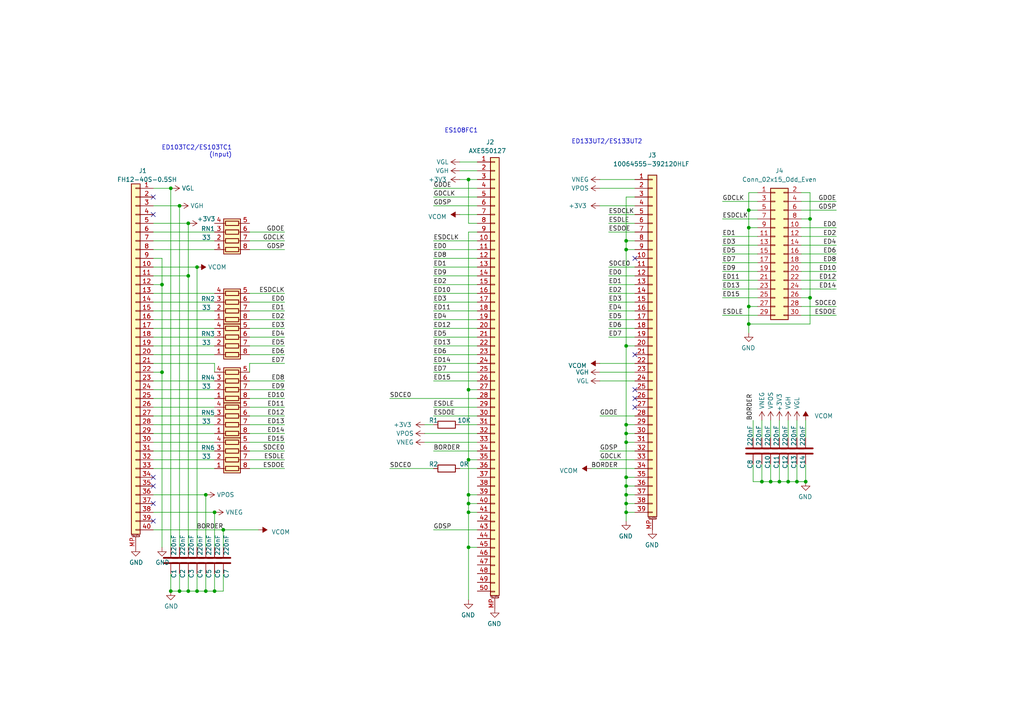
<source format=kicad_sch>
(kicad_sch (version 20211123) (generator eeschema)
  (paper "A4")
  (lib_symbols
    (symbol "Connector_Generic:Conn_02x15_Odd_Even" (pin_names (offset 1.016) hide)
      (property "Reference" "J" (at 1.27 20.32 0))
      (property "Value" "Conn_02x15_Odd_Even" (at 1.27 -20.32 0))
      (symbol "Conn_02x15_Odd_Even_1_1"
        (pin passive line (at -5.08 17.78 0) (length 3.81) (name "Pin_1") (number "1"))
        (pin passive line (at 7.62 7.62 180) (length 3.81) (name "Pin_10") (number "10"))
        (pin passive line (at -5.08 5.08 0) (length 3.81) (name "Pin_11") (number "11"))
        (pin passive line (at 7.62 5.08 180) (length 3.81) (name "Pin_12") (number "12"))
        (pin passive line (at -5.08 2.54 0) (length 3.81) (name "Pin_13") (number "13"))
        (pin passive line (at 7.62 2.54 180) (length 3.81) (name "Pin_14") (number "14"))
        (pin passive line (at -5.08 0 0) (length 3.81) (name "Pin_15") (number "15"))
        (pin passive line (at 7.62 0 180) (length 3.81) (name "Pin_16") (number "16"))
        (pin passive line (at -5.08 -2.54 0) (length 3.81) (name "Pin_17") (number "17"))
        (pin passive line (at 7.62 -2.54 180) (length 3.81) (name "Pin_18") (number "18"))
        (pin passive line (at -5.08 -5.08 0) (length 3.81) (name "Pin_19") (number "19"))
        (pin passive line (at 7.62 17.78 180) (length 3.81) (name "Pin_2") (number "2"))
        (pin passive line (at 7.62 -5.08 180) (length 3.81) (name "Pin_20") (number "20"))
        (pin passive line (at -5.08 -7.62 0) (length 3.81) (name "Pin_21") (number "21"))
        (pin passive line (at 7.62 -7.62 180) (length 3.81) (name "Pin_22") (number "22"))
        (pin passive line (at -5.08 -10.16 0) (length 3.81) (name "Pin_23") (number "23"))
        (pin passive line (at 7.62 -10.16 180) (length 3.81) (name "Pin_24") (number "24"))
        (pin passive line (at -5.08 -12.7 0) (length 3.81) (name "Pin_25") (number "25"))
        (pin passive line (at 7.62 -12.7 180) (length 3.81) (name "Pin_26") (number "26"))
        (pin passive line (at -5.08 -15.24 0) (length 3.81) (name "Pin_27") (number "27"))
        (pin passive line (at 7.62 -15.24 180) (length 3.81) (name "Pin_28") (number "28"))
        (pin passive line (at -5.08 -17.78 0) (length 3.81) (name "Pin_29") (number "29"))
        (pin passive line (at -5.08 15.24 0) (length 3.81) (name "Pin_3") (number "3"))
        (pin passive line (at 7.62 -17.78 180) (length 3.81) (name "Pin_30") (number "30"))
        (pin passive line (at 7.62 15.24 180) (length 3.81) (name "Pin_4") (number "4"))
        (pin passive line (at -5.08 12.7 0) (length 3.81) (name "Pin_5") (number "5"))
        (pin passive line (at 7.62 12.7 180) (length 3.81) (name "Pin_6") (number "6"))
        (pin passive line (at -5.08 10.16 0) (length 3.81) (name "Pin_7") (number "7"))
        (pin passive line (at 7.62 10.16 180) (length 3.81) (name "Pin_8") (number "8"))
        (pin passive line (at -5.08 7.62 0) (length 3.81) (name "Pin_9") (number "9"))
      )
    )
    (symbol "Connector_Generic_MountingPin:Conn_01x39_MountingPin" (pin_names (offset 1.016) hide)
      (property "Reference" "J" (at 0 50.8 0))
      (property "Value" "Conn_01x39_MountingPin" (at 1.27 -50.8 0))
      (symbol "Conn_01x39_MountingPin_1_1"
        (text "Mounting" (at 0 -49.911 0) (effects (font (size 0.381 0.381))))
        (pin passive line (at -5.08 48.26 0) (length 3.81) (name "Pin_1") (number "1"))
        (pin passive line (at -5.08 25.4 0) (length 3.81) (name "Pin_10") (number "10"))
        (pin passive line (at -5.08 22.86 0) (length 3.81) (name "Pin_11") (number "11"))
        (pin passive line (at -5.08 20.32 0) (length 3.81) (name "Pin_12") (number "12"))
        (pin passive line (at -5.08 17.78 0) (length 3.81) (name "Pin_13") (number "13"))
        (pin passive line (at -5.08 15.24 0) (length 3.81) (name "Pin_14") (number "14"))
        (pin passive line (at -5.08 12.7 0) (length 3.81) (name "Pin_15") (number "15"))
        (pin passive line (at -5.08 10.16 0) (length 3.81) (name "Pin_16") (number "16"))
        (pin passive line (at -5.08 7.62 0) (length 3.81) (name "Pin_17") (number "17"))
        (pin passive line (at -5.08 5.08 0) (length 3.81) (name "Pin_18") (number "18"))
        (pin passive line (at -5.08 2.54 0) (length 3.81) (name "Pin_19") (number "19"))
        (pin passive line (at -5.08 45.72 0) (length 3.81) (name "Pin_2") (number "2"))
        (pin passive line (at -5.08 0 0) (length 3.81) (name "Pin_20") (number "20"))
        (pin passive line (at -5.08 -2.54 0) (length 3.81) (name "Pin_21") (number "21"))
        (pin passive line (at -5.08 -5.08 0) (length 3.81) (name "Pin_22") (number "22"))
        (pin passive line (at -5.08 -7.62 0) (length 3.81) (name "Pin_23") (number "23"))
        (pin passive line (at -5.08 -10.16 0) (length 3.81) (name "Pin_24") (number "24"))
        (pin passive line (at -5.08 -12.7 0) (length 3.81) (name "Pin_25") (number "25"))
        (pin passive line (at -5.08 -15.24 0) (length 3.81) (name "Pin_26") (number "26"))
        (pin passive line (at -5.08 -17.78 0) (length 3.81) (name "Pin_27") (number "27"))
        (pin passive line (at -5.08 -20.32 0) (length 3.81) (name "Pin_28") (number "28"))
        (pin passive line (at -5.08 -22.86 0) (length 3.81) (name "Pin_29") (number "29"))
        (pin passive line (at -5.08 43.18 0) (length 3.81) (name "Pin_3") (number "3"))
        (pin passive line (at -5.08 -25.4 0) (length 3.81) (name "Pin_30") (number "30"))
        (pin passive line (at -5.08 -27.94 0) (length 3.81) (name "Pin_31") (number "31"))
        (pin passive line (at -5.08 -30.48 0) (length 3.81) (name "Pin_32") (number "32"))
        (pin passive line (at -5.08 -33.02 0) (length 3.81) (name "Pin_33") (number "33"))
        (pin passive line (at -5.08 -35.56 0) (length 3.81) (name "Pin_34") (number "34"))
        (pin passive line (at -5.08 -38.1 0) (length 3.81) (name "Pin_35") (number "35"))
        (pin passive line (at -5.08 -40.64 0) (length 3.81) (name "Pin_36") (number "36"))
        (pin passive line (at -5.08 -43.18 0) (length 3.81) (name "Pin_37") (number "37"))
        (pin passive line (at -5.08 -45.72 0) (length 3.81) (name "Pin_38") (number "38"))
        (pin passive line (at -5.08 -48.26 0) (length 3.81) (name "Pin_39") (number "39"))
        (pin passive line (at -5.08 40.64 0) (length 3.81) (name "Pin_4") (number "4"))
        (pin passive line (at -5.08 38.1 0) (length 3.81) (name "Pin_5") (number "5"))
        (pin passive line (at -5.08 35.56 0) (length 3.81) (name "Pin_6") (number "6"))
        (pin passive line (at -5.08 33.02 0) (length 3.81) (name "Pin_7") (number "7"))
        (pin passive line (at -5.08 30.48 0) (length 3.81) (name "Pin_8") (number "8"))
        (pin passive line (at -5.08 27.94 0) (length 3.81) (name "Pin_9") (number "9"))
        (pin passive line (at 0 -53.34 90) (length 3.048) (name "MountPin") (number "MP"))
      )
    )
    (symbol "Connector_Generic_MountingPin:Conn_01x40_MountingPin" (pin_names (offset 1.016) hide)
      (property "Reference" "J" (at 0 50.8 0))
      (property "Value" "Conn_01x40_MountingPin" (at 1.27 -53.34 0))
      (symbol "Conn_01x40_MountingPin_1_1"
        (text "Mounting" (at 0 -52.451 0) (effects (font (size 0.381 0.381))))
        (pin passive line (at -5.08 48.26 0) (length 3.81) (name "Pin_1") (number "1"))
        (pin passive line (at -5.08 25.4 0) (length 3.81) (name "Pin_10") (number "10"))
        (pin passive line (at -5.08 22.86 0) (length 3.81) (name "Pin_11") (number "11"))
        (pin passive line (at -5.08 20.32 0) (length 3.81) (name "Pin_12") (number "12"))
        (pin passive line (at -5.08 17.78 0) (length 3.81) (name "Pin_13") (number "13"))
        (pin passive line (at -5.08 15.24 0) (length 3.81) (name "Pin_14") (number "14"))
        (pin passive line (at -5.08 12.7 0) (length 3.81) (name "Pin_15") (number "15"))
        (pin passive line (at -5.08 10.16 0) (length 3.81) (name "Pin_16") (number "16"))
        (pin passive line (at -5.08 7.62 0) (length 3.81) (name "Pin_17") (number "17"))
        (pin passive line (at -5.08 5.08 0) (length 3.81) (name "Pin_18") (number "18"))
        (pin passive line (at -5.08 2.54 0) (length 3.81) (name "Pin_19") (number "19"))
        (pin passive line (at -5.08 45.72 0) (length 3.81) (name "Pin_2") (number "2"))
        (pin passive line (at -5.08 0 0) (length 3.81) (name "Pin_20") (number "20"))
        (pin passive line (at -5.08 -2.54 0) (length 3.81) (name "Pin_21") (number "21"))
        (pin passive line (at -5.08 -5.08 0) (length 3.81) (name "Pin_22") (number "22"))
        (pin passive line (at -5.08 -7.62 0) (length 3.81) (name "Pin_23") (number "23"))
        (pin passive line (at -5.08 -10.16 0) (length 3.81) (name "Pin_24") (number "24"))
        (pin passive line (at -5.08 -12.7 0) (length 3.81) (name "Pin_25") (number "25"))
        (pin passive line (at -5.08 -15.24 0) (length 3.81) (name "Pin_26") (number "26"))
        (pin passive line (at -5.08 -17.78 0) (length 3.81) (name "Pin_27") (number "27"))
        (pin passive line (at -5.08 -20.32 0) (length 3.81) (name "Pin_28") (number "28"))
        (pin passive line (at -5.08 -22.86 0) (length 3.81) (name "Pin_29") (number "29"))
        (pin passive line (at -5.08 43.18 0) (length 3.81) (name "Pin_3") (number "3"))
        (pin passive line (at -5.08 -25.4 0) (length 3.81) (name "Pin_30") (number "30"))
        (pin passive line (at -5.08 -27.94 0) (length 3.81) (name "Pin_31") (number "31"))
        (pin passive line (at -5.08 -30.48 0) (length 3.81) (name "Pin_32") (number "32"))
        (pin passive line (at -5.08 -33.02 0) (length 3.81) (name "Pin_33") (number "33"))
        (pin passive line (at -5.08 -35.56 0) (length 3.81) (name "Pin_34") (number "34"))
        (pin passive line (at -5.08 -38.1 0) (length 3.81) (name "Pin_35") (number "35"))
        (pin passive line (at -5.08 -40.64 0) (length 3.81) (name "Pin_36") (number "36"))
        (pin passive line (at -5.08 -43.18 0) (length 3.81) (name "Pin_37") (number "37"))
        (pin passive line (at -5.08 -45.72 0) (length 3.81) (name "Pin_38") (number "38"))
        (pin passive line (at -5.08 -48.26 0) (length 3.81) (name "Pin_39") (number "39"))
        (pin passive line (at -5.08 40.64 0) (length 3.81) (name "Pin_4") (number "4"))
        (pin passive line (at -5.08 -50.8 0) (length 3.81) (name "Pin_40") (number "40"))
        (pin passive line (at -5.08 38.1 0) (length 3.81) (name "Pin_5") (number "5"))
        (pin passive line (at -5.08 35.56 0) (length 3.81) (name "Pin_6") (number "6"))
        (pin passive line (at -5.08 33.02 0) (length 3.81) (name "Pin_7") (number "7"))
        (pin passive line (at -5.08 30.48 0) (length 3.81) (name "Pin_8") (number "8"))
        (pin passive line (at -5.08 27.94 0) (length 3.81) (name "Pin_9") (number "9"))
        (pin passive line (at 0 -55.88 90) (length 3.048) (name "MountPin") (number "MP"))
      )
    )
    (symbol "Device:C" (pin_numbers hide) (pin_names (offset 0.254))
      (property "Reference" "C" (at 0.635 2.54 0))
      (property "Value" "C" (at 0.635 -2.54 0))
      (symbol "C_1_1"
        (pin passive line (at 0 3.81 270) (length 2.794) (name "~") (number "1"))
        (pin passive line (at 0 -3.81 90) (length 2.794) (name "~") (number "2"))
      )
    )
    (symbol "Device:R" (pin_numbers hide) (pin_names (offset 0))
      (property "Reference" "R" (at 2.032 0 90))
      (property "Value" "R" (at 0 0 90))
      (symbol "R_1_1"
        (pin passive line (at 0 3.81 270) (length 1.27) (name "~") (number "1"))
        (pin passive line (at 0 -3.81 90) (length 1.27) (name "~") (number "2"))
      )
    )
    (symbol "Device:R_Pack04" (pin_names (offset 0) hide)
      (property "Reference" "RN" (at -7.62 0 90))
      (property "Value" "R_Pack04" (at 5.08 0 90))
      (symbol "R_Pack04_1_1"
        (pin passive line (at -5.08 -5.08 90) (length 2.54) (name "R1.1") (number "1"))
        (pin passive line (at -2.54 -5.08 90) (length 2.54) (name "R2.1") (number "2"))
        (pin passive line (at 0 -5.08 90) (length 2.54) (name "R3.1") (number "3"))
        (pin passive line (at 2.54 -5.08 90) (length 2.54) (name "R4.1") (number "4"))
        (pin passive line (at 2.54 5.08 270) (length 2.54) (name "R4.2") (number "5"))
        (pin passive line (at 0 5.08 270) (length 2.54) (name "R3.2") (number "6"))
        (pin passive line (at -2.54 5.08 270) (length 2.54) (name "R2.2") (number "7"))
        (pin passive line (at -5.08 5.08 270) (length 2.54) (name "R1.2") (number "8"))
      )
    )
    (symbol "power:+3V3" (power) (pin_names (offset 0))
      (property "Value" "+3V3" (at 0 3.556 0))
      (symbol "+3V3_1_1"
        (pin power_in line (at 0 0 90) (length 0) hide (name "+3V3") (number "1"))
      )
    )
    (symbol "power:GND" (power) (pin_names (offset 0))
      (property "Value" "GND" (at 0 -3.81 0))
      (symbol "GND_1_1"
        (pin power_in line (at 0 0 270) (length 0) hide (name "GND") (number "1"))
      )
    )
    (symbol "power:VCOM" (power) (pin_names (offset 0))
      (property "Value" "VCOM" (at 0 3.81 0))
      (symbol "VCOM_1_1"
        (pin power_in line (at 0 0 90) (length 0) hide (name "VCOM") (number "1"))
      )
    )
    (symbol "symbols:Conn_01x50_MountingPin" (pin_names (offset 1.016) hide)
      (property "Reference" "J" (at 0 63.5 0))
      (property "Value" "Conn_01x50_MountingPin" (at 1.27 -66.04 0))
      (symbol "Conn_01x50_MountingPin_1_1"
        (text "Mounting" (at 0 -65.151 0) (effects (font (size 0.381 0.381))))
        (pin passive line (at -5.08 60.96 0) (length 3.81) (name "Pin_1") (number "1"))
        (pin passive line (at -5.08 38.1 0) (length 3.81) (name "Pin_10") (number "10"))
        (pin passive line (at -5.08 35.56 0) (length 3.81) (name "Pin_11") (number "11"))
        (pin passive line (at -5.08 33.02 0) (length 3.81) (name "Pin_12") (number "12"))
        (pin passive line (at -5.08 30.48 0) (length 3.81) (name "Pin_13") (number "13"))
        (pin passive line (at -5.08 27.94 0) (length 3.81) (name "Pin_14") (number "14"))
        (pin passive line (at -5.08 25.4 0) (length 3.81) (name "Pin_15") (number "15"))
        (pin passive line (at -5.08 22.86 0) (length 3.81) (name "Pin_16") (number "16"))
        (pin passive line (at -5.08 20.32 0) (length 3.81) (name "Pin_17") (number "17"))
        (pin passive line (at -5.08 17.78 0) (length 3.81) (name "Pin_18") (number "18"))
        (pin passive line (at -5.08 15.24 0) (length 3.81) (name "Pin_19") (number "19"))
        (pin passive line (at -5.08 58.42 0) (length 3.81) (name "Pin_2") (number "2"))
        (pin passive line (at -5.08 12.7 0) (length 3.81) (name "Pin_20") (number "20"))
        (pin passive line (at -5.08 10.16 0) (length 3.81) (name "Pin_21") (number "21"))
        (pin passive line (at -5.08 7.62 0) (length 3.81) (name "Pin_22") (number "22"))
        (pin passive line (at -5.08 5.08 0) (length 3.81) (name "Pin_23") (number "23"))
        (pin passive line (at -5.08 2.54 0) (length 3.81) (name "Pin_24") (number "24"))
        (pin passive line (at -5.08 0 0) (length 3.81) (name "Pin_25") (number "25"))
        (pin passive line (at -5.08 -2.54 0) (length 3.81) (name "Pin_26") (number "26"))
        (pin passive line (at -5.08 -5.08 0) (length 3.81) (name "Pin_27") (number "27"))
        (pin passive line (at -5.08 -7.62 0) (length 3.81) (name "Pin_28") (number "28"))
        (pin passive line (at -5.08 -10.16 0) (length 3.81) (name "Pin_29") (number "29"))
        (pin passive line (at -5.08 55.88 0) (length 3.81) (name "Pin_3") (number "3"))
        (pin passive line (at -5.08 -12.7 0) (length 3.81) (name "Pin_30") (number "30"))
        (pin passive line (at -5.08 -15.24 0) (length 3.81) (name "Pin_31") (number "31"))
        (pin passive line (at -5.08 -17.78 0) (length 3.81) (name "Pin_32") (number "32"))
        (pin passive line (at -5.08 -20.32 0) (length 3.81) (name "Pin_33") (number "33"))
        (pin passive line (at -5.08 -22.86 0) (length 3.81) (name "Pin_34") (number "34"))
        (pin passive line (at -5.08 -25.4 0) (length 3.81) (name "Pin_35") (number "35"))
        (pin passive line (at -5.08 -27.94 0) (length 3.81) (name "Pin_36") (number "36"))
        (pin passive line (at -5.08 -30.48 0) (length 3.81) (name "Pin_37") (number "37"))
        (pin passive line (at -5.08 -33.02 0) (length 3.81) (name "Pin_38") (number "38"))
        (pin passive line (at -5.08 -35.56 0) (length 3.81) (name "Pin_39") (number "39"))
        (pin passive line (at -5.08 53.34 0) (length 3.81) (name "Pin_4") (number "4"))
        (pin passive line (at -5.08 -38.1 0) (length 3.81) (name "Pin_40") (number "40"))
        (pin passive line (at -5.08 -40.64 0) (length 3.81) (name "Pin_41") (number "41"))
        (pin passive line (at -5.08 -43.18 0) (length 3.81) (name "Pin_42") (number "42"))
        (pin passive line (at -5.08 -45.72 0) (length 3.81) (name "Pin_43") (number "43"))
        (pin passive line (at -5.08 -48.26 0) (length 3.81) (name "Pin_44") (number "44"))
        (pin passive line (at -5.08 -50.8 0) (length 3.81) (name "Pin_45") (number "45"))
        (pin passive line (at -5.08 -53.34 0) (length 3.81) (name "Pin_46") (number "46"))
        (pin passive line (at -5.08 -55.88 0) (length 3.81) (name "Pin_47") (number "47"))
        (pin passive line (at -5.08 -58.42 0) (length 3.81) (name "Pin_48") (number "48"))
        (pin passive line (at -5.08 -60.96 0) (length 3.81) (name "Pin_49") (number "49"))
        (pin passive line (at -5.08 50.8 0) (length 3.81) (name "Pin_5") (number "5"))
        (pin passive line (at -5.08 -63.5 0) (length 3.81) (name "Pin_50") (number "50"))
        (pin passive line (at -5.08 48.26 0) (length 3.81) (name "Pin_6") (number "6"))
        (pin passive line (at -5.08 45.72 0) (length 3.81) (name "Pin_7") (number "7"))
        (pin passive line (at -5.08 43.18 0) (length 3.81) (name "Pin_8") (number "8"))
        (pin passive line (at -5.08 40.64 0) (length 3.81) (name "Pin_9") (number "9"))
        (pin passive line (at 0 -68.58 90) (length 3.048) (name "MountPin") (number "MP"))
      )
    )
    (symbol "symbols:VGH" (power) (pin_names (offset 0))
      (property "Value" "VGH" (at 0 3.556 0))
      (symbol "VGH_1_1"
        (pin power_in line (at 0 0 90) (length 0) hide (name "VGH") (number "1"))
      )
    )
    (symbol "symbols:VGL" (power) (pin_names (offset 0))
      (property "Value" "VGL" (at 0 3.556 0))
      (symbol "VGL_1_1"
        (pin power_in line (at 0 0 90) (length 0) hide (name "VGL") (number "1"))
      )
    )
    (symbol "symbols:VNEG" (power) (pin_names (offset 0))
      (property "Value" "VNEG" (at 0 3.556 0))
      (symbol "VNEG_1_1"
        (pin power_in line (at 0 0 90) (length 0) hide (name "VNEG") (number "1"))
      )
    )
    (symbol "symbols:VPOS" (power) (pin_names (offset 0))
      (property "Value" "VPOS" (at 0 3.556 0))
      (symbol "VPOS_1_1"
        (pin power_in line (at 0 0 90) (length 0) hide (name "VPOS") (number "1"))
      )
    )
  )
  (junction (at 57.15 77.47))
  (junction (at 226.06 139.7) (diameter 0.9144))
  (junction (at 54.61 80.01) (diameter 0.9144))
  (junction (at 62.23 148.59) (diameter 0.9144))
  (junction (at 228.6 139.7) (diameter 0.9144))
  (junction (at 181.61 125.73))
  (junction (at 135.89 143.51))
  (junction (at 135.89 113.03))
  (junction (at 217.17 88.9))
  (junction (at 181.61 143.51))
  (junction (at 233.68 139.7) (diameter 0.9144))
  (junction (at 135.89 52.07))
  (junction (at 181.61 146.05))
  (junction (at 181.61 72.39))
  (junction (at 52.07 59.69) (diameter 0.9144))
  (junction (at 181.61 140.97))
  (junction (at 135.89 148.59))
  (junction (at 234.95 86.36))
  (junction (at 220.98 139.7) (diameter 0.9144))
  (junction (at 181.61 100.33))
  (junction (at 181.61 128.27))
  (junction (at 46.99 82.55) (diameter 0.9144))
  (junction (at 135.89 133.35))
  (junction (at 181.61 148.59))
  (junction (at 62.23 171.45) (diameter 0.9144))
  (junction (at 181.61 138.43))
  (junction (at 49.53 171.45) (diameter 0.9144))
  (junction (at 49.53 54.61) (diameter 0.9144))
  (junction (at 223.52 139.7) (diameter 0.9144))
  (junction (at 217.17 93.98))
  (junction (at 181.61 123.19))
  (junction (at 181.61 69.85))
  (junction (at 52.07 171.45) (diameter 0.9144))
  (junction (at 217.17 60.96))
  (junction (at 46.99 107.95) (diameter 0.9144))
  (junction (at 231.14 139.7) (diameter 0.9144))
  (junction (at 135.89 146.05))
  (junction (at 59.69 143.51) (diameter 0.9144))
  (junction (at 59.69 171.45) (diameter 0.9144))
  (junction (at 135.89 158.75))
  (junction (at 64.77 153.67) (diameter 0.9144))
  (junction (at 54.61 171.45) (diameter 0.9144))
  (junction (at 217.17 66.04))
  (junction (at 234.95 63.5))
  (junction (at 54.61 64.77))
  (junction (at 57.15 171.45) (diameter 0.9144))
  (no_connect (at 44.45 138.43))
  (no_connect (at 184.15 118.11))
  (no_connect (at 184.15 113.03))
  (no_connect (at 44.45 146.05))
  (no_connect (at 184.15 115.57))
  (no_connect (at 44.45 57.15))
  (no_connect (at 184.15 102.87))
  (no_connect (at 184.15 74.93))
  (no_connect (at 44.45 140.97))
  (no_connect (at 44.45 151.13))
  (no_connect (at 44.45 62.23))
  (wire (pts (xy 181.61 128.27) (xy 181.61 138.43)))
  (wire (pts (xy 218.44 139.7) (xy 220.98 139.7)))
  (wire (pts (xy 138.43 148.59) (xy 135.89 148.59)))
  (wire (pts (xy 72.39 102.87) (xy 82.55 102.87)))
  (wire (pts (xy 234.95 86.36) (xy 234.95 93.98)))
  (wire (pts (xy 173.99 105.41) (xy 184.15 105.41)))
  (wire (pts (xy 62.23 148.59) (xy 44.45 148.59)))
  (wire (pts (xy 209.55 71.12) (xy 219.71 71.12)))
  (wire (pts (xy 62.23 123.19) (xy 44.45 123.19)))
  (wire (pts (xy 72.39 135.89) (xy 82.55 135.89)))
  (wire (pts (xy 72.39 123.19) (xy 82.55 123.19)))
  (wire (pts (xy 232.41 60.96) (xy 242.57 60.96)))
  (wire (pts (xy 133.35 52.07) (xy 135.89 52.07)))
  (wire (pts (xy 125.73 74.93) (xy 138.43 74.93)))
  (wire (pts (xy 54.61 171.45) (xy 52.07 171.45)))
  (wire (pts (xy 54.61 64.77) (xy 54.61 80.01)))
  (wire (pts (xy 72.39 128.27) (xy 82.55 128.27)))
  (wire (pts (xy 231.14 139.7) (xy 233.68 139.7)))
  (wire (pts (xy 233.68 134.62) (xy 233.68 139.7)))
  (wire (pts (xy 72.39 87.63) (xy 82.55 87.63)))
  (wire (pts (xy 181.61 146.05) (xy 181.61 148.59)))
  (wire (pts (xy 62.23 120.65) (xy 44.45 120.65)))
  (wire (pts (xy 72.39 118.11) (xy 82.55 118.11)))
  (wire (pts (xy 64.77 153.67) (xy 44.45 153.67)))
  (wire (pts (xy 135.89 67.31) (xy 135.89 113.03)))
  (wire (pts (xy 62.23 125.73) (xy 44.45 125.73)))
  (wire (pts (xy 135.89 146.05) (xy 138.43 146.05)))
  (wire (pts (xy 135.89 52.07) (xy 138.43 52.07)))
  (wire (pts (xy 218.44 134.62) (xy 218.44 139.7)))
  (wire (pts (xy 181.61 138.43) (xy 184.15 138.43)))
  (wire (pts (xy 232.41 81.28) (xy 242.57 81.28)))
  (wire (pts (xy 125.73 107.95) (xy 138.43 107.95)))
  (wire (pts (xy 217.17 66.04) (xy 217.17 88.9)))
  (wire (pts (xy 181.61 72.39) (xy 181.61 100.33)))
  (wire (pts (xy 176.53 80.01) (xy 184.15 80.01)))
  (wire (pts (xy 219.71 63.5) (xy 209.55 63.5)))
  (wire (pts (xy 72.39 120.65) (xy 82.55 120.65)))
  (wire (pts (xy 181.61 123.19) (xy 181.61 125.73)))
  (wire (pts (xy 72.39 115.57) (xy 82.55 115.57)))
  (wire (pts (xy 228.6 121.92) (xy 228.6 127)))
  (wire (pts (xy 217.17 55.88) (xy 217.17 60.96)))
  (wire (pts (xy 135.89 133.35) (xy 135.89 143.51)))
  (wire (pts (xy 234.95 93.98) (xy 217.17 93.98)))
  (wire (pts (xy 125.73 54.61) (xy 138.43 54.61)))
  (wire (pts (xy 232.41 83.82) (xy 242.57 83.82)))
  (wire (pts (xy 232.41 91.44) (xy 242.57 91.44)))
  (wire (pts (xy 181.61 57.15) (xy 181.61 69.85)))
  (wire (pts (xy 57.15 171.45) (xy 54.61 171.45)))
  (wire (pts (xy 62.23 110.49) (xy 44.45 110.49)))
  (wire (pts (xy 138.43 64.77) (xy 135.89 64.77)))
  (wire (pts (xy 181.61 72.39) (xy 184.15 72.39)))
  (wire (pts (xy 135.89 143.51) (xy 138.43 143.51)))
  (wire (pts (xy 181.61 100.33) (xy 184.15 100.33)))
  (wire (pts (xy 135.89 64.77) (xy 135.89 52.07)))
  (wire (pts (xy 176.53 97.79) (xy 184.15 97.79)))
  (wire (pts (xy 209.55 73.66) (xy 219.71 73.66)))
  (wire (pts (xy 135.89 113.03) (xy 135.89 133.35)))
  (wire (pts (xy 181.61 143.51) (xy 184.15 143.51)))
  (wire (pts (xy 181.61 123.19) (xy 184.15 123.19)))
  (wire (pts (xy 176.53 62.23) (xy 184.15 62.23)))
  (wire (pts (xy 49.53 54.61) (xy 49.53 158.75)))
  (wire (pts (xy 125.73 90.17) (xy 138.43 90.17)))
  (wire (pts (xy 133.35 46.99) (xy 138.43 46.99)))
  (wire (pts (xy 176.53 92.71) (xy 184.15 92.71)))
  (wire (pts (xy 228.6 134.62) (xy 228.6 139.7)))
  (wire (pts (xy 226.06 134.62) (xy 226.06 139.7)))
  (wire (pts (xy 62.23 100.33) (xy 44.45 100.33)))
  (wire (pts (xy 176.53 64.77) (xy 184.15 64.77)))
  (wire (pts (xy 135.89 133.35) (xy 138.43 133.35)))
  (wire (pts (xy 62.23 102.87) (xy 44.45 102.87)))
  (wire (pts (xy 125.73 100.33) (xy 138.43 100.33)))
  (wire (pts (xy 49.53 166.37) (xy 49.53 171.45)))
  (wire (pts (xy 232.41 63.5) (xy 234.95 63.5)))
  (wire (pts (xy 72.39 105.41) (xy 82.55 105.41)))
  (wire (pts (xy 62.23 105.41) (xy 62.23 107.95)))
  (wire (pts (xy 133.35 123.19) (xy 138.43 123.19)))
  (wire (pts (xy 226.06 121.92) (xy 226.06 127)))
  (wire (pts (xy 62.23 166.37) (xy 62.23 171.45)))
  (wire (pts (xy 49.53 54.61) (xy 44.45 54.61)))
  (wire (pts (xy 125.73 118.11) (xy 138.43 118.11)))
  (wire (pts (xy 171.45 135.89) (xy 184.15 135.89)))
  (wire (pts (xy 181.61 148.59) (xy 184.15 148.59)))
  (wire (pts (xy 218.44 121.92) (xy 218.44 127)))
  (wire (pts (xy 62.23 115.57) (xy 44.45 115.57)))
  (wire (pts (xy 176.53 87.63) (xy 184.15 87.63)))
  (wire (pts (xy 176.53 95.25) (xy 184.15 95.25)))
  (wire (pts (xy 62.23 130.81) (xy 44.45 130.81)))
  (wire (pts (xy 219.71 55.88) (xy 217.17 55.88)))
  (wire (pts (xy 181.61 140.97) (xy 181.61 143.51)))
  (wire (pts (xy 72.39 105.41) (xy 72.39 107.95)))
  (wire (pts (xy 62.23 95.25) (xy 44.45 95.25)))
  (wire (pts (xy 181.61 143.51) (xy 181.61 146.05)))
  (wire (pts (xy 181.61 138.43) (xy 181.61 140.97)))
  (wire (pts (xy 220.98 139.7) (xy 223.52 139.7)))
  (wire (pts (xy 46.99 82.55) (xy 44.45 82.55)))
  (wire (pts (xy 57.15 77.47) (xy 57.15 158.75)))
  (wire (pts (xy 209.55 78.74) (xy 219.71 78.74)))
  (wire (pts (xy 184.15 120.65) (xy 173.99 120.65)))
  (wire (pts (xy 133.35 62.23) (xy 138.43 62.23)))
  (wire (pts (xy 209.55 81.28) (xy 219.71 81.28)))
  (wire (pts (xy 125.73 85.09) (xy 138.43 85.09)))
  (wire (pts (xy 62.23 69.85) (xy 44.45 69.85)))
  (wire (pts (xy 173.99 59.69) (xy 184.15 59.69)))
  (wire (pts (xy 59.69 143.51) (xy 44.45 143.51)))
  (wire (pts (xy 125.73 72.39) (xy 138.43 72.39)))
  (wire (pts (xy 135.89 148.59) (xy 135.89 158.75)))
  (wire (pts (xy 113.03 115.57) (xy 138.43 115.57)))
  (wire (pts (xy 52.07 59.69) (xy 52.07 158.75)))
  (wire (pts (xy 133.35 49.53) (xy 138.43 49.53)))
  (wire (pts (xy 46.99 74.93) (xy 46.99 82.55)))
  (wire (pts (xy 135.89 146.05) (xy 135.89 148.59)))
  (wire (pts (xy 44.45 74.93) (xy 46.99 74.93)))
  (wire (pts (xy 232.41 88.9) (xy 242.57 88.9)))
  (wire (pts (xy 181.61 69.85) (xy 181.61 72.39)))
  (wire (pts (xy 59.69 171.45) (xy 57.15 171.45)))
  (wire (pts (xy 62.23 87.63) (xy 44.45 87.63)))
  (wire (pts (xy 209.55 83.82) (xy 219.71 83.82)))
  (wire (pts (xy 220.98 121.92) (xy 220.98 127)))
  (wire (pts (xy 232.41 73.66) (xy 242.57 73.66)))
  (wire (pts (xy 113.03 135.89) (xy 125.73 135.89)))
  (wire (pts (xy 123.19 128.27) (xy 138.43 128.27)))
  (wire (pts (xy 223.52 139.7) (xy 226.06 139.7)))
  (wire (pts (xy 232.41 66.04) (xy 242.57 66.04)))
  (wire (pts (xy 62.23 128.27) (xy 44.45 128.27)))
  (wire (pts (xy 234.95 63.5) (xy 234.95 86.36)))
  (wire (pts (xy 184.15 130.81) (xy 173.99 130.81)))
  (wire (pts (xy 72.39 133.35) (xy 82.55 133.35)))
  (wire (pts (xy 232.41 71.12) (xy 242.57 71.12)))
  (wire (pts (xy 184.15 57.15) (xy 181.61 57.15)))
  (wire (pts (xy 135.89 113.03) (xy 138.43 113.03)))
  (wire (pts (xy 138.43 67.31) (xy 135.89 67.31)))
  (wire (pts (xy 62.23 148.59) (xy 62.23 158.75)))
  (wire (pts (xy 231.14 134.62) (xy 231.14 139.7)))
  (wire (pts (xy 232.41 68.58) (xy 242.57 68.58)))
  (wire (pts (xy 64.77 166.37) (xy 64.77 171.45)))
  (wire (pts (xy 125.73 95.25) (xy 138.43 95.25)))
  (wire (pts (xy 72.39 72.39) (xy 82.55 72.39)))
  (wire (pts (xy 72.39 69.85) (xy 82.55 69.85)))
  (wire (pts (xy 62.23 85.09) (xy 44.45 85.09)))
  (wire (pts (xy 62.23 113.03) (xy 44.45 113.03)))
  (wire (pts (xy 59.69 166.37) (xy 59.69 171.45)))
  (wire (pts (xy 125.73 92.71) (xy 138.43 92.71)))
  (wire (pts (xy 173.99 110.49) (xy 184.15 110.49)))
  (wire (pts (xy 219.71 58.42) (xy 209.55 58.42)))
  (wire (pts (xy 52.07 171.45) (xy 49.53 171.45)))
  (wire (pts (xy 64.77 153.67) (xy 64.77 158.75)))
  (wire (pts (xy 62.23 105.41) (xy 44.45 105.41)))
  (wire (pts (xy 57.15 77.47) (xy 44.45 77.47)))
  (wire (pts (xy 217.17 66.04) (xy 219.71 66.04)))
  (wire (pts (xy 123.19 123.19) (xy 125.73 123.19)))
  (wire (pts (xy 209.55 86.36) (xy 219.71 86.36)))
  (wire (pts (xy 173.99 107.95) (xy 184.15 107.95)))
  (wire (pts (xy 181.61 128.27) (xy 184.15 128.27)))
  (wire (pts (xy 62.23 72.39) (xy 44.45 72.39)))
  (wire (pts (xy 62.23 90.17) (xy 44.45 90.17)))
  (wire (pts (xy 181.61 125.73) (xy 184.15 125.73)))
  (wire (pts (xy 72.39 90.17) (xy 82.55 90.17)))
  (wire (pts (xy 217.17 60.96) (xy 217.17 66.04)))
  (wire (pts (xy 64.77 171.45) (xy 62.23 171.45)))
  (wire (pts (xy 181.61 69.85) (xy 184.15 69.85)))
  (wire (pts (xy 181.61 140.97) (xy 184.15 140.97)))
  (wire (pts (xy 232.41 58.42) (xy 242.57 58.42)))
  (wire (pts (xy 123.19 125.73) (xy 138.43 125.73)))
  (wire (pts (xy 52.07 166.37) (xy 52.07 171.45)))
  (wire (pts (xy 54.61 80.01) (xy 44.45 80.01)))
  (wire (pts (xy 62.23 97.79) (xy 44.45 97.79)))
  (wire (pts (xy 125.73 97.79) (xy 138.43 97.79)))
  (wire (pts (xy 181.61 146.05) (xy 184.15 146.05)))
  (wire (pts (xy 209.55 76.2) (xy 219.71 76.2)))
  (wire (pts (xy 52.07 59.69) (xy 44.45 59.69)))
  (wire (pts (xy 181.61 148.59) (xy 181.61 151.13)))
  (wire (pts (xy 176.53 67.31) (xy 184.15 67.31)))
  (wire (pts (xy 72.39 95.25) (xy 82.55 95.25)))
  (wire (pts (xy 125.73 80.01) (xy 138.43 80.01)))
  (wire (pts (xy 232.41 78.74) (xy 242.57 78.74)))
  (wire (pts (xy 133.35 135.89) (xy 138.43 135.89)))
  (wire (pts (xy 176.53 82.55) (xy 184.15 82.55)))
  (wire (pts (xy 181.61 125.73) (xy 181.61 128.27)))
  (wire (pts (xy 125.73 105.41) (xy 138.43 105.41)))
  (wire (pts (xy 135.89 143.51) (xy 135.89 146.05)))
  (wire (pts (xy 220.98 134.62) (xy 220.98 139.7)))
  (wire (pts (xy 219.71 91.44) (xy 209.55 91.44)))
  (wire (pts (xy 125.73 120.65) (xy 138.43 120.65)))
  (wire (pts (xy 176.53 85.09) (xy 184.15 85.09)))
  (wire (pts (xy 217.17 93.98) (xy 217.17 96.52)))
  (wire (pts (xy 72.39 67.31) (xy 82.55 67.31)))
  (wire (pts (xy 72.39 85.09) (xy 82.55 85.09)))
  (wire (pts (xy 62.23 67.31) (xy 44.45 67.31)))
  (wire (pts (xy 125.73 69.85) (xy 138.43 69.85)))
  (wire (pts (xy 125.73 87.63) (xy 138.43 87.63)))
  (wire (pts (xy 181.61 100.33) (xy 181.61 123.19)))
  (wire (pts (xy 62.23 92.71) (xy 44.45 92.71)))
  (wire (pts (xy 233.68 121.92) (xy 233.68 127)))
  (wire (pts (xy 231.14 121.92) (xy 231.14 127)))
  (wire (pts (xy 125.73 153.67) (xy 138.43 153.67)))
  (wire (pts (xy 54.61 80.01) (xy 54.61 158.75)))
  (wire (pts (xy 72.39 113.03) (xy 82.55 113.03)))
  (wire (pts (xy 54.61 166.37) (xy 54.61 171.45)))
  (wire (pts (xy 54.61 64.77) (xy 44.45 64.77)))
  (wire (pts (xy 232.41 76.2) (xy 242.57 76.2)))
  (wire (pts (xy 228.6 139.7) (xy 231.14 139.7)))
  (wire (pts (xy 184.15 133.35) (xy 173.99 133.35)))
  (wire (pts (xy 72.39 130.81) (xy 82.55 130.81)))
  (wire (pts (xy 219.71 68.58) (xy 209.55 68.58)))
  (wire (pts (xy 223.52 121.92) (xy 223.52 127)))
  (wire (pts (xy 46.99 82.55) (xy 46.99 107.95)))
  (wire (pts (xy 72.39 125.73) (xy 82.55 125.73)))
  (wire (pts (xy 46.99 107.95) (xy 46.99 158.75)))
  (wire (pts (xy 72.39 100.33) (xy 82.55 100.33)))
  (wire (pts (xy 125.73 59.69) (xy 138.43 59.69)))
  (wire (pts (xy 173.99 54.61) (xy 184.15 54.61)))
  (wire (pts (xy 72.39 97.79) (xy 82.55 97.79)))
  (wire (pts (xy 223.52 134.62) (xy 223.52 139.7)))
  (wire (pts (xy 226.06 139.7) (xy 228.6 139.7)))
  (wire (pts (xy 72.39 92.71) (xy 82.55 92.71)))
  (wire (pts (xy 62.23 171.45) (xy 59.69 171.45)))
  (wire (pts (xy 234.95 55.88) (xy 234.95 63.5)))
  (wire (pts (xy 125.73 77.47) (xy 138.43 77.47)))
  (wire (pts (xy 176.53 77.47) (xy 184.15 77.47)))
  (wire (pts (xy 46.99 107.95) (xy 44.45 107.95)))
  (wire (pts (xy 59.69 143.51) (xy 59.69 158.75)))
  (wire (pts (xy 217.17 88.9) (xy 217.17 93.98)))
  (wire (pts (xy 125.73 82.55) (xy 138.43 82.55)))
  (wire (pts (xy 176.53 90.17) (xy 184.15 90.17)))
  (wire (pts (xy 217.17 60.96) (xy 219.71 60.96)))
  (wire (pts (xy 125.73 110.49) (xy 138.43 110.49)))
  (wire (pts (xy 62.23 133.35) (xy 44.45 133.35)))
  (wire (pts (xy 62.23 135.89) (xy 44.45 135.89)))
  (wire (pts (xy 125.73 57.15) (xy 138.43 57.15)))
  (wire (pts (xy 232.41 86.36) (xy 234.95 86.36)))
  (wire (pts (xy 217.17 88.9) (xy 219.71 88.9)))
  (wire (pts (xy 74.93 153.67) (xy 64.77 153.67)))
  (wire (pts (xy 72.39 110.49) (xy 82.55 110.49)))
  (wire (pts (xy 135.89 158.75) (xy 135.89 173.99)))
  (wire (pts (xy 57.15 166.37) (xy 57.15 171.45)))
  (wire (pts (xy 135.89 158.75) (xy 138.43 158.75)))
  (wire (pts (xy 125.73 102.87) (xy 138.43 102.87)))
  (wire (pts (xy 62.23 118.11) (xy 44.45 118.11)))
  (wire (pts (xy 232.41 55.88) (xy 234.95 55.88)))
  (wire (pts (xy 173.99 52.07) (xy 184.15 52.07)))
  (wire (pts (xy 125.73 130.81) (xy 138.43 130.81)))
  (text "ES108FC1" (at 128.905 38.735 0) (effects (font (size 1.27 1.27)) (justify left bottom)))
  (text "ED103TC2/ES103TC1\n(Input)" (at 67.31 45.72 180) (effects (font (size 1.27 1.27)) (justify right bottom)))
  (text "ED133UT2/ES133UT2" (at 165.735 41.91 0) (effects (font (size 1.27 1.27)) (justify left bottom)))
  (label "ED7" (at 125.73 107.95 0))
  (label "BORDER" (at 171.45 135.89 0))
  (label "ED12" (at 242.57 81.28 180))
  (label "ED10" (at 82.55 115.57 180))
  (label "ED0" (at 242.57 66.04 180))
  (label "ED10" (at 242.57 78.74 180))
  (label "ED6" (at 242.57 73.66 180))
  (label "ED3" (at 176.53 87.63 0))
  (label "ESDOE" (at 82.55 135.89 180))
  (label "ESDLE" (at 209.55 91.44 0))
  (label "ESDCLK" (at 209.55 63.5 0))
  (label "ED13" (at 209.55 83.82 0))
  (label "GDCLK" (at 209.55 58.42 0))
  (label "ED1" (at 209.55 68.58 0))
  (label "GDSP" (at 173.99 130.81 0))
  (label "ED4" (at 176.53 90.17 0))
  (label "ED2" (at 176.53 85.09 0))
  (label "SDCE0" (at 113.03 115.57 0))
  (label "ED15" (at 82.55 128.27 180))
  (label "ED5" (at 125.73 97.79 0))
  (label "ED14" (at 242.57 83.82 180))
  (label "GDCLK" (at 125.73 57.15 0))
  (label "ED12" (at 82.55 120.65 180))
  (label "ED15" (at 209.55 86.36 0))
  (label "ESDOE" (at 176.53 67.31 0))
  (label "ED1" (at 125.73 77.47 0))
  (label "ESDCLK" (at 82.55 85.09 180))
  (label "ED2" (at 82.55 92.71 180))
  (label "GDOE" (at 82.55 67.31 180))
  (label "ED8" (at 242.57 76.2 180))
  (label "ED7" (at 176.53 97.79 0))
  (label "SDCE0" (at 113.03 135.89 0))
  (label "ED4" (at 242.57 71.12 180))
  (label "ED2" (at 242.57 68.58 180))
  (label "ESDOE" (at 125.73 120.65 0))
  (label "ED4" (at 125.73 92.71 0))
  (label "GDSP" (at 242.57 60.96 180))
  (label "ED11" (at 82.55 118.11 180))
  (label "ED11" (at 209.55 81.28 0))
  (label "ED13" (at 82.55 123.19 180))
  (label "ED14" (at 125.73 105.41 0))
  (label "ED5" (at 176.53 92.71 0))
  (label "ED5" (at 209.55 73.66 0))
  (label "BORDER" (at 125.73 130.81 0))
  (label "GDSP" (at 125.73 153.67 0))
  (label "ED3" (at 82.55 95.25 180))
  (label "SDCE0" (at 242.57 88.9 180))
  (label "ESDLE" (at 176.53 64.77 0))
  (label "ESDCLK" (at 176.53 62.23 0))
  (label "ED3" (at 125.73 87.63 0))
  (label "ED4" (at 82.55 97.79 180))
  (label "GDOE" (at 125.73 54.61 0))
  (label "GDSP" (at 82.55 72.39 180))
  (label "ED12" (at 125.73 95.25 0))
  (label "ED1" (at 176.53 82.55 0))
  (label "ED9" (at 82.55 113.03 180))
  (label "ESDLE" (at 82.55 133.35 180))
  (label "GDOE" (at 242.57 58.42 180))
  (label "ED15" (at 125.73 110.49 0))
  (label "ED1" (at 82.55 90.17 180))
  (label "GDCLK" (at 173.99 133.35 0))
  (label "ED6" (at 125.73 102.87 0))
  (label "ED8" (at 125.73 74.93 0))
  (label "ESDCLK" (at 125.73 69.85 0))
  (label "ED14" (at 82.55 125.73 180))
  (label "SDCE0" (at 82.55 130.81 180))
  (label "GDCLK" (at 82.55 69.85 180))
  (label "ED5" (at 82.55 100.33 180))
  (label "ED0" (at 125.73 72.39 0))
  (label "BORDER" (at 64.77 153.67 180))
  (label "ED3" (at 209.55 71.12 0))
  (label "ED11" (at 125.73 90.17 0))
  (label "SDCE0" (at 176.53 77.47 0))
  (label "ED6" (at 82.55 102.87 180))
  (label "ESDLE" (at 125.73 118.11 0))
  (label "ESDOE" (at 242.57 91.44 180))
  (label "ED7" (at 209.55 76.2 0))
  (label "ED10" (at 125.73 85.09 0))
  (label "ED0" (at 82.55 87.63 180))
  (label "ED9" (at 125.73 80.01 0))
  (label "GDOE" (at 173.99 120.65 0))
  (label "ED2" (at 125.73 82.55 0))
  (label "ED6" (at 176.53 95.25 0))
  (label "ED0" (at 176.53 80.01 0))
  (label "ED8" (at 82.55 110.49 180))
  (label "GDSP" (at 125.73 59.69 0))
  (label "BORDER" (at 218.44 121.92 90))
  (label "ED7" (at 82.55 105.41 180))
  (label "ED13" (at 125.73 100.33 0))
  (label "ED9" (at 209.55 78.74 0))
  (symbol (lib_id "Device:R") (at 129.54 123.19 90) (unit 1)
    (property "Reference" "R1" (at 125.73 121.92 90))
    (property "Value" "10K" (at 134.62 121.92 90))
    (property "Footprint" "Resistor_SMD:R_0402_1005Metric" (effects hide))
    (property "LCSC" "C105870" (effects hide))
    (property "Ref.Price" "0.0006" (effects hide))
  )
  (symbol (lib_id "power:GND") (at 233.68 139.7 0) (mirror y) (unit 1)
    (property "Reference" "#PWR036" (effects hide))
    (property "Value" "GND" (at 233.553 144.0942 0))
  )
  (symbol (lib_id "power:+3V3") (at 173.99 59.69 90) (unit 1)
    (property "Reference" "#PWR023" (effects hide))
    (property "Value" "+3V3" (at 170.18 59.6899 90) (effects (justify left)))
  )
  (symbol (lib_id "Device:R_Pack04") (at 67.31 130.81 270) (mirror x) (unit 1)
    (property "Reference" "RN6" (at 58.3184 129.8448 90) (effects (justify left)))
    (property "Value" "33" (at 58.547 132.3848 90) (effects (justify left)))
    (property "Footprint" "Resistor_SMD:R_Array_Convex_4x0402" (effects hide))
  )
  (symbol (lib_id "Device:C") (at 62.23 162.56 0) (mirror y) (unit 1)
    (property "Reference" "C6" (at 63.119 167.7416 90) (effects (justify left)))
    (property "Value" "220nF" (at 63.119 161.163 90) (effects (justify left)))
    (property "Footprint" "Capacitor_SMD:C_0402_1005Metric" (effects hide))
  )
  (symbol (lib_id "symbols:VPOS") (at 123.19 125.73 90) (unit 1)
    (property "Reference" "#PWR012" (effects hide))
    (property "Value" "VPOS" (at 120.015 125.7299 90) (effects (justify left)))
  )
  (symbol (lib_id "Device:C") (at 223.52 130.81 0) (unit 1)
    (property "Reference" "C10" (at 222.631 135.9916 90) (effects (justify left)))
    (property "Value" "220nF" (at 222.631 129.413 90) (effects (justify left)))
    (property "Footprint" "Capacitor_SMD:C_0402_1005Metric" (effects hide))
    (property "LCSC" "C880414" (effects hide))
    (property "Ref.Price" "0.0036" (effects hide))
  )
  (symbol (lib_id "Device:C") (at 231.14 130.81 0) (unit 1)
    (property "Reference" "C13" (at 230.251 135.9916 90) (effects (justify left)))
    (property "Value" "220nF" (at 230.251 129.413 90) (effects (justify left)))
    (property "Footprint" "Capacitor_SMD:C_0402_1005Metric" (effects hide))
    (property "LCSC" "C880414" (effects hide))
    (property "Ref.Price" "0.0036" (effects hide))
  )
  (symbol (lib_id "symbols:VGL") (at 133.35 46.99 90) (unit 1)
    (property "Reference" "#PWR014" (effects hide))
    (property "Value" "VGL" (at 130.175 46.9899 90) (effects (justify left)))
  )
  (symbol (lib_id "Device:C") (at 64.77 162.56 0) (mirror y) (unit 1)
    (property "Reference" "C7" (at 65.659 167.7416 90) (effects (justify left)))
    (property "Value" "220nF" (at 65.659 161.163 90) (effects (justify left)))
    (property "Footprint" "Capacitor_SMD:C_0402_1005Metric" (effects hide))
  )
  (symbol (lib_id "power:+3V3") (at 133.35 52.07 90) (unit 1)
    (property "Reference" "#PWR016" (effects hide))
    (property "Value" "+3V3" (at 129.54 52.0699 90) (effects (justify left)))
  )
  (symbol (lib_id "Device:C") (at 59.69 162.56 0) (mirror y) (unit 1)
    (property "Reference" "C5" (at 60.579 167.7416 90) (effects (justify left)))
    (property "Value" "220nF" (at 60.579 161.163 90) (effects (justify left)))
    (property "Footprint" "Capacitor_SMD:C_0402_1005Metric" (effects hide))
  )
  (symbol (lib_id "power:GND") (at 143.51 176.53 0) (mirror y) (unit 1)
    (property "Reference" "#PWR019" (effects hide))
    (property "Value" "GND" (at 143.383 180.9242 0))
  )
  (symbol (lib_id "power:GND") (at 49.53 171.45 0) (unit 1)
    (property "Reference" "#PWR04" (effects hide))
    (property "Value" "GND" (at 49.657 175.8442 0))
  )
  (symbol (lib_id "power:GND") (at 217.17 96.52 0) (mirror y) (unit 1)
    (property "Reference" "#PWR029" (effects hide))
    (property "Value" "GND" (at 217.043 100.9142 0))
  )
  (symbol (lib_id "Device:C") (at 226.06 130.81 0) (unit 1)
    (property "Reference" "C11" (at 225.171 135.9916 90) (effects (justify left)))
    (property "Value" "220nF" (at 225.171 129.413 90) (effects (justify left)))
    (property "Footprint" "Capacitor_SMD:C_0402_1005Metric" (effects hide))
    (property "LCSC" "C880414" (effects hide))
    (property "Ref.Price" "0.0036" (effects hide))
  )
  (symbol (lib_id "power:+3V3") (at 226.06 121.92 0) (unit 1)
    (property "Reference" "#PWR032" (effects hide))
    (property "Value" "+3V3" (at 226.06 119.3799 90) (effects (justify left)))
  )
  (symbol (lib_id "power:+3V3") (at 54.61 64.77 270) (unit 1)
    (property "Reference" "#PWR?" (effects hide))
    (property "Value" "+3V3" (at 57.15 63.5 90) (effects (justify left)))
  )
  (symbol (lib_id "Device:C") (at 220.98 130.81 0) (unit 1)
    (property "Reference" "C9" (at 220.091 135.9916 90) (effects (justify left)))
    (property "Value" "220nF" (at 220.091 129.413 90) (effects (justify left)))
    (property "Footprint" "Capacitor_SMD:C_0402_1005Metric" (effects hide))
    (property "LCSC" "C880414" (effects hide))
    (property "Ref.Price" "0.0036" (effects hide))
  )
  (symbol (lib_id "Device:R_Pack04") (at 67.31 97.79 270) (mirror x) (unit 1)
    (property "Reference" "RN3" (at 58.3184 96.8248 90) (effects (justify left)))
    (property "Value" "33" (at 58.547 99.3648 90) (effects (justify left)))
    (property "Footprint" "Resistor_SMD:R_Array_Convex_4x0402" (effects hide))
  )
  (symbol (lib_id "power:VCOM") (at 173.99 105.41 90) (unit 1)
    (property "Reference" "#PWR024" (effects hide))
    (property "Value" "VCOM" (at 170.18 106.0449 90) (effects (justify left)))
  )
  (symbol (lib_id "Device:C") (at 54.61 162.56 0) (mirror y) (unit 1)
    (property "Reference" "C3" (at 55.499 167.7416 90) (effects (justify left)))
    (property "Value" "220nF" (at 55.499 161.163 90) (effects (justify left)))
    (property "Footprint" "Capacitor_SMD:C_0402_1005Metric" (effects hide))
  )
  (symbol (lib_id "symbols:Conn_01x50_MountingPin") (at 143.51 107.95 0) (unit 1)
    (property "Reference" "J2" (at 140.97 41.2114 0) (effects (justify left)))
    (property "Value" "AXE550127" (at 135.89 43.7514 0) (effects (justify left)))
    (property "Footprint" "footprints:AXE550127" (effects hide))
    (property "LCSC" "-" (effects hide))
    (property "Ref.Price" "0" (effects hide))
  )
  (symbol (lib_id "symbols:VGL") (at 173.99 110.49 90) (unit 1)
    (property "Reference" "#PWR026" (effects hide))
    (property "Value" "VGL" (at 170.815 110.4899 90) (effects (justify left)))
  )
  (symbol (lib_id "Device:C") (at 49.53 162.56 0) (mirror y) (unit 1)
    (property "Reference" "C1" (at 50.419 167.7416 90) (effects (justify left)))
    (property "Value" "220nF" (at 50.419 161.163 90) (effects (justify left)))
    (property "Footprint" "Capacitor_SMD:C_0402_1005Metric" (effects hide))
  )
  (symbol (lib_id "symbols:VGH") (at 173.99 107.95 90) (unit 1)
    (property "Reference" "#PWR025" (effects hide))
    (property "Value" "VGH" (at 168.91 107.95 90))
  )
  (symbol (lib_id "symbols:VGL") (at 49.53 54.61 270) (mirror x) (unit 1)
    (property "Reference" "#PWR03" (effects hide))
    (property "Value" "VGL" (at 52.705 54.6099 90) (effects (justify left)))
  )
  (symbol (lib_id "symbols:VGH") (at 52.07 59.69 270) (mirror x) (unit 1)
    (property "Reference" "#PWR05" (effects hide))
    (property "Value" "VGH" (at 57.15 59.69 90))
  )
  (symbol (lib_id "symbols:VNEG") (at 62.23 148.59 270) (mirror x) (unit 1)
    (property "Reference" "#PWR09" (effects hide))
    (property "Value" "VNEG" (at 67.945 148.59 90))
  )
  (symbol (lib_id "power:GND") (at 135.89 173.99 0) (mirror y) (unit 1)
    (property "Reference" "#PWR018" (effects hide))
    (property "Value" "GND" (at 135.763 178.3842 0))
  )
  (symbol (lib_id "power:VCOM") (at 74.93 153.67 270) (mirror x) (unit 1)
    (property "Reference" "#PWR010" (effects hide))
    (property "Value" "VCOM" (at 78.74 154.3049 90) (effects (justify left)))
  )
  (symbol (lib_id "power:GND") (at 189.23 153.67 0) (mirror y) (unit 1)
    (property "Reference" "#PWR028" (effects hide))
    (property "Value" "GND" (at 189.103 158.0642 0))
  )
  (symbol (lib_id "Device:C") (at 218.44 130.81 0) (unit 1)
    (property "Reference" "C8" (at 217.551 135.9916 90) (effects (justify left)))
    (property "Value" "220nF" (at 217.551 129.413 90) (effects (justify left)))
    (property "Footprint" "Capacitor_SMD:C_0402_1005Metric" (effects hide))
    (property "LCSC" "C880414" (effects hide))
    (property "Ref.Price" "0.0036" (effects hide))
  )
  (symbol (lib_id "symbols:VGH") (at 133.35 49.53 90) (unit 1)
    (property "Reference" "#PWR015" (effects hide))
    (property "Value" "VGH" (at 128.27 49.53 90))
  )
  (symbol (lib_id "Device:R_Pack04") (at 67.31 67.31 270) (mirror x) (unit 1)
    (property "Reference" "RN1" (at 58.3184 66.3448 90) (effects (justify left)))
    (property "Value" "33" (at 58.547 68.8848 90) (effects (justify left)))
    (property "Footprint" "Resistor_SMD:R_Array_Convex_4x0402" (effects hide))
  )
  (symbol (lib_id "symbols:VNEG") (at 220.98 121.92 0) (unit 1)
    (property "Reference" "#PWR030" (effects hide))
    (property "Value" "VNEG" (at 220.98 116.205 90))
  )
  (symbol (lib_id "power:VCOM") (at 171.45 135.89 90) (unit 1)
    (property "Reference" "#PWR020" (effects hide))
    (property "Value" "VCOM" (at 167.64 136.5249 90) (effects (justify left)))
  )
  (symbol (lib_id "Device:R_Pack04") (at 67.31 110.49 270) (mirror x) (unit 1)
    (property "Reference" "RN4" (at 58.3184 109.5248 90) (effects (justify left)))
    (property "Value" "33" (at 58.547 112.0648 90) (effects (justify left)))
    (property "Footprint" "Resistor_SMD:R_Array_Convex_4x0402" (effects hide))
  )
  (symbol (lib_id "symbols:VGH") (at 228.6 121.92 0) (unit 1)
    (property "Reference" "#PWR033" (effects hide))
    (property "Value" "VGH" (at 228.6 116.84 90))
  )
  (symbol (lib_id "power:GND") (at 181.61 151.13 0) (mirror y) (unit 1)
    (property "Reference" "#PWR027" (effects hide))
    (property "Value" "GND" (at 181.483 155.5242 0))
  )
  (symbol (lib_id "symbols:VPOS") (at 173.99 54.61 90) (unit 1)
    (property "Reference" "#PWR022" (effects hide))
    (property "Value" "VPOS" (at 170.815 54.6099 90) (effects (justify left)))
  )
  (symbol (lib_id "symbols:VGL") (at 231.14 121.92 0) (unit 1)
    (property "Reference" "#PWR034" (effects hide))
    (property "Value" "VGL" (at 231.1401 118.745 90) (effects (justify left)))
  )
  (symbol (lib_id "Device:R_Pack04") (at 67.31 120.65 270) (mirror x) (unit 1)
    (property "Reference" "RN5" (at 58.3184 119.6848 90) (effects (justify left)))
    (property "Value" "33" (at 58.547 122.2248 90) (effects (justify left)))
    (property "Footprint" "Resistor_SMD:R_Array_Convex_4x0402" (effects hide))
  )
  (symbol (lib_id "symbols:VNEG") (at 123.19 128.27 90) (unit 1)
    (property "Reference" "#PWR013" (effects hide))
    (property "Value" "VNEG" (at 117.475 128.27 90))
  )
  (symbol (lib_id "power:VCOM") (at 233.68 121.92 0) (unit 1)
    (property "Reference" "#PWR035" (effects hide))
    (property "Value" "VCOM" (at 236.22 120.6499 0) (effects (justify left)))
  )
  (symbol (lib_id "Device:R_Pack04") (at 67.31 87.63 270) (mirror x) (unit 1)
    (property "Reference" "RN2" (at 58.3184 86.6648 90) (effects (justify left)))
    (property "Value" "33" (at 58.547 89.2048 90) (effects (justify left)))
    (property "Footprint" "Resistor_SMD:R_Array_Convex_4x0402" (effects hide))
  )
  (symbol (lib_id "power:VCOM") (at 133.35 62.23 90) (unit 1)
    (property "Reference" "#PWR017" (effects hide))
    (property "Value" "VCOM" (at 129.54 62.8649 90) (effects (justify left)))
  )
  (symbol (lib_id "symbols:VNEG") (at 173.99 52.07 90) (unit 1)
    (property "Reference" "#PWR021" (effects hide))
    (property "Value" "VNEG" (at 168.275 52.07 90))
  )
  (symbol (lib_id "symbols:VPOS") (at 59.69 143.51 270) (mirror x) (unit 1)
    (property "Reference" "#PWR08" (effects hide))
    (property "Value" "VPOS" (at 62.865 143.5099 90) (effects (justify left)))
  )
  (symbol (lib_id "Connector_Generic_MountingPin:Conn_01x39_MountingPin") (at 189.23 100.33 0) (unit 1)
    (property "Reference" "J3" (at 187.96 45.0214 0) (effects (justify left)))
    (property "Value" "10064555-392120HLF" (at 177.8 47.5614 0) (effects (justify left)))
    (property "Footprint" "footprints:FCI_10064555-392120HLF" (effects hide))
    (property "LCSC" "609-10064555-392120HLFCT-ND" (effects hide))
    (property "Ref.Price" "0.95" (effects hide))
  )
  (symbol (lib_id "power:GND") (at 39.37 158.75 0) (unit 1)
    (property "Reference" "#PWR01" (effects hide))
    (property "Value" "GND" (at 39.497 163.1442 0))
  )
  (symbol (lib_id "Device:C") (at 228.6 130.81 0) (unit 1)
    (property "Reference" "C12" (at 227.711 135.9916 90) (effects (justify left)))
    (property "Value" "220nF" (at 227.711 129.413 90) (effects (justify left)))
    (property "Footprint" "Capacitor_SMD:C_0402_1005Metric" (effects hide))
    (property "LCSC" "C880414" (effects hide))
    (property "Ref.Price" "0.0036" (effects hide))
  )
  (symbol (lib_id "power:GND") (at 46.99 158.75 0) (unit 1)
    (property "Reference" "#PWR02" (effects hide))
    (property "Value" "GND" (at 47.117 163.1442 0))
  )
  (symbol (lib_id "Device:C") (at 57.15 162.56 0) (mirror y) (unit 1)
    (property "Reference" "C4" (at 58.039 167.7416 90) (effects (justify left)))
    (property "Value" "220nF" (at 58.039 161.163 90) (effects (justify left)))
    (property "Footprint" "Capacitor_SMD:C_0402_1005Metric" (effects hide))
  )
  (symbol (lib_id "power:VCOM") (at 57.15 77.47 270) (mirror x) (unit 1)
    (property "Reference" "#PWR07" (effects hide))
    (property "Value" "VCOM" (at 60.325 77.4699 90) (effects (justify left)))
  )
  (symbol (lib_id "Connector_Generic_MountingPin:Conn_01x40_MountingPin") (at 39.37 102.87 0) (mirror y) (unit 1)
    (property "Reference" "J1" (at 41.402 49.53 0))
    (property "Value" "FH12-40S-0.5SH" (at 42.672 52.07 0))
    (property "Footprint" "footprints:Hirose_FH12-40S-0.5SH_1x40-1MP_P0.50mm_Horizontal_Reversed" (effects hide))
  )
  (symbol (lib_id "power:+3V3") (at 123.19 123.19 90) (unit 1)
    (property "Reference" "#PWR011" (effects hide))
    (property "Value" "+3V3" (at 119.38 123.1899 90) (effects (justify left)))
  )
  (symbol (lib_id "Device:C") (at 233.68 130.81 0) (unit 1)
    (property "Reference" "C14" (at 232.791 135.9916 90) (effects (justify left)))
    (property "Value" "220nF" (at 232.791 129.413 90) (effects (justify left)))
    (property "Footprint" "Capacitor_SMD:C_0402_1005Metric" (effects hide))
    (property "LCSC" "C880414" (effects hide))
    (property "Ref.Price" "0.0036" (effects hide))
  )
  (symbol (lib_id "Device:C") (at 52.07 162.56 0) (mirror y) (unit 1)
    (property "Reference" "C2" (at 52.959 167.7416 90) (effects (justify left)))
    (property "Value" "220nF" (at 52.959 161.163 90) (effects (justify left)))
    (property "Footprint" "Capacitor_SMD:C_0402_1005Metric" (effects hide))
  )
  (symbol (lib_id "symbols:VPOS") (at 223.52 121.92 0) (unit 1)
    (property "Reference" "#PWR031" (effects hide))
    (property "Value" "VPOS" (at 223.5201 118.745 90) (effects (justify left)))
  )
  (symbol (lib_id "Connector_Generic:Conn_02x15_Odd_Even") (at 224.79 73.66 0) (unit 1)
    (property "Reference" "J4" (at 226.06 49.53 0))
    (property "Value" "Conn_02x15_Odd_Even" (at 226.06 52.07 0))
    (property "Footprint" "Connector_PinHeader_2.00mm:PinHeader_2x15_P2.00mm_Vertical" (effects hide))
  )
  (symbol (lib_id "Device:R") (at 129.54 135.89 90) (unit 1)
    (property "Reference" "R2" (at 125.73 134.62 90))
    (property "Value" "0R" (at 134.62 134.62 90))
    (property "Footprint" "Resistor_SMD:R_0402_1005Metric" (effects hide))
    (property "LCSC" "C60485" (effects hide))
    (property "Ref.Price" "0.008" (effects hide))
  )
)
</source>
